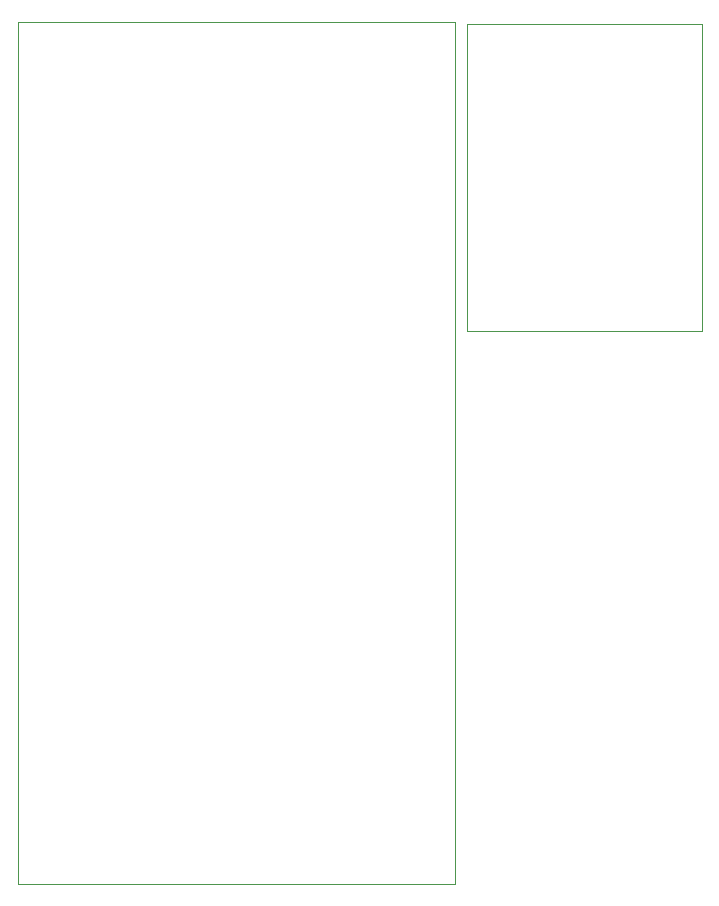
<source format=gbr>
%TF.GenerationSoftware,KiCad,Pcbnew,6.0.10-86aedd382b~118~ubuntu22.04.1*%
%TF.CreationDate,2023-02-06T10:04:40-03:00*%
%TF.ProjectId,MB_V2,4d425f56-322e-46b6-9963-61645f706362,1*%
%TF.SameCoordinates,Original*%
%TF.FileFunction,Profile,NP*%
%FSLAX46Y46*%
G04 Gerber Fmt 4.6, Leading zero omitted, Abs format (unit mm)*
G04 Created by KiCad (PCBNEW 6.0.10-86aedd382b~118~ubuntu22.04.1) date 2023-02-06 10:04:40*
%MOMM*%
%LPD*%
G01*
G04 APERTURE LIST*
%TA.AperFunction,Profile*%
%ADD10C,0.100000*%
%TD*%
G04 APERTURE END LIST*
D10*
X132000000Y-105200000D02*
X151900000Y-105200000D01*
X151900000Y-105200000D02*
X151900000Y-131200000D01*
X151900000Y-131200000D02*
X132000000Y-131200000D01*
X132000000Y-131200000D02*
X132000000Y-105200000D01*
X94000000Y-105000000D02*
X131000000Y-105000000D01*
X131000000Y-105000000D02*
X131000000Y-178000000D01*
X131000000Y-178000000D02*
X94000000Y-178000000D01*
X94000000Y-178000000D02*
X94000000Y-105000000D01*
M02*

</source>
